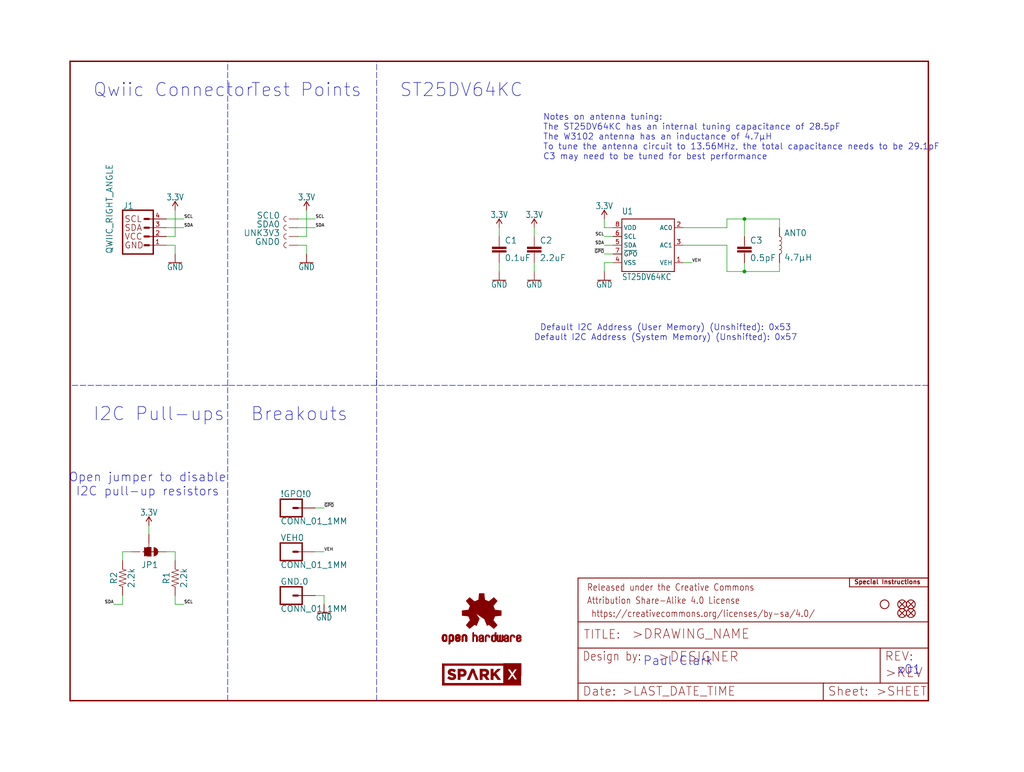
<source format=kicad_sch>
(kicad_sch (version 20211123) (generator eeschema)
  (paper "User" 297.002 223.926)
  (lib_symbols
    (symbol "eagleSchem-eagle-import:0.1UF-0402T-6.3V-10%-X7R"
      (property "Reference" "C" (at 1.524 2.921 0))
      (property "Value" "0.1UF-0402T-6.3V-10%-X7R" (at 1.524 -2.159 0))
      (symbol "0.1UF-0402T-6.3V-10%-X7R_1_0"
        (pin passive line (at 0 5.08 270) (length 2.54) (name "1") (number "1"))
        (pin passive line (at 0 -2.54 90) (length 2.54) (name "2") (number "2"))
      )
    )
    (symbol "eagleSchem-eagle-import:0.5PF-0402_TIGHT-50V-PM0.05PF-NP0"
      (property "Reference" "C" (at 1.524 2.921 0))
      (property "Value" "0.5PF-0402_TIGHT-50V-PM0.05PF-NP0" (at 1.524 -2.159 0))
      (symbol "0.5PF-0402_TIGHT-50V-PM0.05PF-NP0_1_0"
        (pin passive line (at 0 5.08 270) (length 2.54) (name "1") (number "1"))
        (pin passive line (at 0 -2.54 90) (length 2.54) (name "2") (number "2"))
      )
    )
    (symbol "eagleSchem-eagle-import:2.2KOHM-0402T-1{slash}16W-1%"
      (property "Reference" "R" (at 0 1.524 0))
      (property "Value" "2.2KOHM-0402T-1{slash}16W-1%" (at 0 -1.524 0))
      (symbol "2.2KOHM-0402T-1{slash}16W-1%_1_0"
        (pin passive line (at -5.08 0 0) (length 2.54) (name "1") (number "1"))
        (pin passive line (at 5.08 0 180) (length 2.54) (name "2") (number "2"))
      )
    )
    (symbol "eagleSchem-eagle-import:2.2UF-0402_TIGHT-10V-10%-X5R"
      (property "Reference" "C" (at 1.524 2.921 0))
      (property "Value" "2.2UF-0402_TIGHT-10V-10%-X5R" (at 1.524 -2.159 0))
      (symbol "2.2UF-0402_TIGHT-10V-10%-X5R_1_0"
        (pin passive line (at 0 5.08 270) (length 2.54) (name "1") (number "1"))
        (pin passive line (at 0 -2.54 90) (length 2.54) (name "2") (number "2"))
      )
    )
    (symbol "eagleSchem-eagle-import:3.3V" (power)
      (property "Value" "3.3V" (at 0 2.794 0))
      (symbol "3.3V_1_0"
        (pin power_in line (at 0 0 90) (length 2.54) (name "3.3V") (number "1"))
      )
    )
    (symbol "eagleSchem-eagle-import:CONN_01_1MM"
      (property "Reference" "J" (at -2.54 3.048 0))
      (property "Value" "CONN_01_1MM" (at -2.54 -4.826 0))
      (symbol "CONN_01_1MM_1_0"
        (pin passive line (at 7.62 0 180) (length 5.08) (name "1") (number "1"))
      )
    )
    (symbol "eagleSchem-eagle-import:FIDUCIALUFIDUCIAL")
    (symbol "eagleSchem-eagle-import:FRAME-LETTER"
      (symbol "FRAME-LETTER_2_0"
        (text " https://creativecommons.org/licenses/by-sa/4.0/" (at 2.54 24.13 0) (effects (font (size 1.9304 1.6408)) (justify left bottom)))
        (text ">DESIGNER" (at 23.114 11.176 0) (effects (font (size 2.7432 2.7432)) (justify left bottom)))
        (text ">DRAWING_NAME" (at 15.494 17.78 0) (effects (font (size 2.7432 2.7432)) (justify left bottom)))
        (text ">LAST_DATE_TIME" (at 12.7 1.27 0) (effects (font (size 2.54 2.54)) (justify left bottom)))
        (text ">REV" (at 88.9 6.604 0) (effects (font (size 2.7432 2.7432)) (justify left bottom)))
        (text ">SHEET" (at 86.36 1.27 0) (effects (font (size 2.54 2.54)) (justify left bottom)))
        (text "Attribution Share-Alike 4.0 License" (at 2.54 27.94 0) (effects (font (size 1.9304 1.6408)) (justify left bottom)))
        (text "Date:" (at 1.27 1.27 0) (effects (font (size 2.54 2.54)) (justify left bottom)))
        (text "Design by:" (at 1.27 11.43 0) (effects (font (size 2.54 2.159)) (justify left bottom)))
        (text "Released under the Creative Commons" (at 2.54 31.75 0) (effects (font (size 1.9304 1.6408)) (justify left bottom)))
        (text "REV:" (at 88.9 11.43 0) (effects (font (size 2.54 2.54)) (justify left bottom)))
        (text "Sheet:" (at 72.39 1.27 0) (effects (font (size 2.54 2.54)) (justify left bottom)))
        (text "TITLE:" (at 1.524 17.78 0) (effects (font (size 2.54 2.54)) (justify left bottom)))
      )
    )
    (symbol "eagleSchem-eagle-import:GND" (power)
      (property "Value" "GND" (at 0 -0.254 0))
      (symbol "GND_1_0"
        (pin power_in line (at 0 2.54 270) (length 2.54) (name "GND") (number "1"))
      )
    )
    (symbol "eagleSchem-eagle-import:JUMPER-SMT_3_2-NC_TRACE_SILK"
      (property "Reference" "JP" (at 6.096 1.524 0))
      (property "Value" "JUMPER-SMT_3_2-NC_TRACE_SILK" (at 6.858 -1.524 0))
      (symbol "JUMPER-SMT_3_2-NC_TRACE_SILK_1_0"
        (pin passive line (at 0 5.08 270) (length 2.54) (name "1") (number "1"))
        (pin passive line (at -5.08 0 0) (length 2.54) (name "2") (number "2"))
        (pin passive line (at 0 -5.08 90) (length 2.54) (name "3") (number "3"))
      )
    )
    (symbol "eagleSchem-eagle-import:OSHW-LOGOMINI")
    (symbol "eagleSchem-eagle-import:QWIIC_CONNECTORJS-1MM"
      (property "Reference" "J" (at -5.08 7.874 0))
      (property "Value" "QWIIC_CONNECTORJS-1MM" (at -5.08 -5.334 0))
      (symbol "QWIIC_CONNECTORJS-1MM_1_0"
        (text "GND" (at -4.572 -2.54 0) (effects (font (size 1.778 1.778)) (justify left)))
        (text "SCL" (at -4.572 5.08 0) (effects (font (size 1.778 1.778)) (justify left)))
        (text "SDA" (at -4.572 2.54 0) (effects (font (size 1.778 1.778)) (justify left)))
        (text "VCC" (at -4.572 0 0) (effects (font (size 1.778 1.778)) (justify left)))
        (pin power_in line (at 7.62 -2.54 180) (length 5.08) (name "1") (number "1"))
        (pin power_in line (at 7.62 0 180) (length 5.08) (name "2") (number "2"))
        (pin passive line (at 7.62 2.54 180) (length 5.08) (name "3") (number "3"))
        (pin passive line (at 7.62 5.08 180) (length 5.08) (name "4") (number "4"))
      )
    )
    (symbol "eagleSchem-eagle-import:RFID_ANTENNA_W3102"
      (property "Value" "RFID_ANTENNA_W3102" (at 1.27 -2.54 0))
      (symbol "RFID_ANTENNA_W3102_1_0"
        (pin passive line (at 0 5.08 270) (length 2.54) (name "1") (number "1"))
        (pin passive line (at 0 -5.08 90) (length 2.54) (name "2") (number "2"))
      )
    )
    (symbol "eagleSchem-eagle-import:SPARKX-LOGO2")
    (symbol "eagleSchem-eagle-import:SPECIAL_INSTRUCTIONS-ORDERING"
      (symbol "SPECIAL_INSTRUCTIONS-ORDERING_1_0"
        (text "Special Instructions" (at 1.27 0.6985 0) (effects (font (size 1.27 1.27) (thickness 0.254) bold) (justify left bottom)))
      )
    )
    (symbol "eagleSchem-eagle-import:ST25DV64KC"
      (property "Reference" "U" (at 0 16.51 0))
      (property "Value" "ST25DV64KC" (at 0 -2.54 0))
      (symbol "ST25DV64KC_1_0"
        (pin power_in line (at 17.78 2.54 180) (length 2.54) (name "VEH") (number "1"))
        (pin bidirectional line (at 17.78 12.7 180) (length 2.54) (name "AC0") (number "2"))
        (pin bidirectional line (at 17.78 7.62 180) (length 2.54) (name "AC1") (number "3"))
        (pin power_in line (at -2.54 2.54 0) (length 2.54) (name "VSS") (number "4"))
        (pin bidirectional line (at -2.54 7.62 0) (length 2.54) (name "SDA") (number "5"))
        (pin bidirectional line (at -2.54 10.16 0) (length 2.54) (name "SCL") (number "6"))
        (pin output line (at -2.54 5.08 0) (length 2.54) (name "~{GPO}") (number "7"))
        (pin power_in line (at -2.54 12.7 0) (length 2.54) (name "VDD") (number "8"))
      )
    )
    (symbol "eagleSchem-eagle-import:STAND-OFFTIGHT")
    (symbol "eagleSchem-eagle-import:TEST-POINT3"
      (property "Reference" "TP" (at -2.54 2.54 0))
      (property "Value" "TEST-POINT3" (at -2.54 -2.54 0))
      (symbol "TEST-POINT3_1_0"
        (pin bidirectional line (at 0 0 180) (length 0) (name "1") (number "1"))
      )
    )
  )
  (junction (at 215.9 78.74))
  (junction (at 215.9 63.5))
  (wire (pts (xy 177.8 66.04) (xy 175.26 66.04)))
  (wire (pts (xy 177.8 73.66) (xy 175.26 73.66)))
  (wire (pts (xy 50.8 175.26) (xy 53.34 175.26)))
  (wire (pts (xy 215.9 63.5) (xy 226.06 63.5)))
  (wire (pts (xy 210.82 71.12) (xy 210.82 78.74)))
  (wire (pts (xy 177.8 71.12) (xy 175.26 71.12)))
  (wire (pts (xy 43.18 152.4) (xy 43.18 154.94)))
  (wire (pts (xy 48.26 68.58) (xy 50.8 68.58)))
  (wire (pts (xy 86.36 68.58) (xy 88.9 68.58)))
  (wire (pts (xy 198.12 71.12) (xy 210.82 71.12)))
  (wire (pts (xy 144.78 68.58) (xy 144.78 66.04)))
  (wire (pts (xy 210.82 66.04) (xy 210.82 63.5)))
  (wire (pts (xy 175.26 66.04) (xy 175.26 63.5)))
  (wire (pts (xy 177.8 68.58) (xy 175.26 68.58)))
  (polyline (pts (xy 269.24 111.76) (xy 109.22 111.76)))
  (wire (pts (xy 154.94 66.04) (xy 154.94 68.58)))
  (wire (pts (xy 50.8 68.58) (xy 50.8 60.96)))
  (polyline (pts (xy 109.22 111.76) (xy 66.04 111.76)))
  (wire (pts (xy 48.26 160.02) (xy 50.8 160.02)))
  (wire (pts (xy 91.44 160.02) (xy 93.98 160.02)))
  (polyline (pts (xy 109.22 111.76) (xy 109.22 17.78)))
  (wire (pts (xy 35.56 175.26) (xy 33.02 175.26)))
  (wire (pts (xy 48.26 71.12) (xy 50.8 71.12)))
  (wire (pts (xy 177.8 76.2) (xy 175.26 76.2)))
  (wire (pts (xy 48.26 66.04) (xy 53.34 66.04)))
  (wire (pts (xy 226.06 78.74) (xy 226.06 76.2)))
  (wire (pts (xy 38.1 160.02) (xy 35.56 160.02)))
  (wire (pts (xy 91.44 147.32) (xy 93.98 147.32)))
  (wire (pts (xy 91.44 172.72) (xy 93.98 172.72)))
  (wire (pts (xy 198.12 76.2) (xy 200.66 76.2)))
  (wire (pts (xy 88.9 71.12) (xy 88.9 73.66)))
  (wire (pts (xy 154.94 78.74) (xy 154.94 76.2)))
  (wire (pts (xy 175.26 76.2) (xy 175.26 78.74)))
  (wire (pts (xy 86.36 71.12) (xy 88.9 71.12)))
  (wire (pts (xy 144.78 78.74) (xy 144.78 76.2)))
  (wire (pts (xy 48.26 63.5) (xy 53.34 63.5)))
  (wire (pts (xy 86.36 63.5) (xy 91.44 63.5)))
  (wire (pts (xy 50.8 71.12) (xy 50.8 73.66)))
  (polyline (pts (xy 66.04 111.76) (xy 20.32 111.76)))
  (wire (pts (xy 50.8 160.02) (xy 50.8 162.56)))
  (wire (pts (xy 210.82 63.5) (xy 215.9 63.5)))
  (wire (pts (xy 86.36 66.04) (xy 91.44 66.04)))
  (polyline (pts (xy 66.04 203.2) (xy 66.04 111.76)))
  (wire (pts (xy 50.8 172.72) (xy 50.8 175.26)))
  (wire (pts (xy 93.98 172.72) (xy 93.98 175.26)))
  (wire (pts (xy 215.9 78.74) (xy 226.06 78.74)))
  (wire (pts (xy 215.9 68.58) (xy 215.9 63.5)))
  (wire (pts (xy 35.56 160.02) (xy 35.56 162.56)))
  (wire (pts (xy 210.82 78.74) (xy 215.9 78.74)))
  (wire (pts (xy 35.56 172.72) (xy 35.56 175.26)))
  (wire (pts (xy 226.06 63.5) (xy 226.06 66.04)))
  (wire (pts (xy 88.9 68.58) (xy 88.9 60.96)))
  (wire (pts (xy 215.9 76.2) (xy 215.9 78.74)))
  (polyline (pts (xy 66.04 111.76) (xy 66.04 17.78)))
  (wire (pts (xy 198.12 66.04) (xy 210.82 66.04)))
  (polyline (pts (xy 109.22 203.2) (xy 109.22 109.22)))
  (text "I2C Pull-ups" (at 26.924 122.428 180) (effects (font (size 3.81 3.81)) (justify left bottom)))
  (text "Notes on antenna tuning:\nThe ST25DV64KC has an internal tuning capacitance of 28.5pF\nThe W3102 antenna has an inductance of 4.7µH\nTo tune the antenna circuit to 13.56MHz, the total capacitance needs to be 29.1pF\nC3 may need to be tuned for best performance" (at 157.48 33.02 0) (effects (font (size 1.778 1.778)) (justify left top)))
  (text "ST25DV64KC" (at 115.824 28.448 180) (effects (font (size 3.81 3.81)) (justify left bottom)))
  (text "Test Points" (at 72.644 28.448 180) (effects (font (size 3.81 3.81)) (justify left bottom)))
  (text "Open jumper to disable\nI2C pull-up resistors" (at 42.799 140.589 180) (effects (font (size 2.54 2.54))))
  (text "Breakouts" (at 72.644 122.428 180) (effects (font (size 3.81 3.81)) (justify left bottom)))
  (text "Default I2C Address (User Memory) (Unshifted): 0x53\nDefault I2C Address (System Memory) (Unshifted): 0x57" (at 193.04 96.52 0) (effects (font (size 1.778 1.778))))
  (text "Qwiic Connector" (at 26.924 28.448 180) (effects (font (size 3.81 3.81)) (justify left bottom)))
  (text "Paul Clark" (at 186.436 193.294 180) (effects (font (size 2.54 2.54)) (justify left bottom)))
  (text "x01" (at 260.096 195.834 180) (effects (font (size 2.54 2.54)) (justify left bottom)))
  (label "~{GPO}" (at 175.26 73.66 180) (effects (font (size 0.889 0.889))))
  (label "SCL" (at 175.26 68.58 180) (effects (font (size 0.889 0.889))))
  (label "SDA" (at 175.26 71.12 180) (effects (font (size 0.889 0.889))))
  (label "SDA" (at 33.02 175.26 180) (effects (font (size 0.889 0.889))))
  (label "SCL" (at 53.34 175.26 0) (effects (font (size 0.889 0.889))))
  (label "SCL" (at 53.34 63.5 0) (effects (font (size 0.889 0.889))))
  (label "SDA" (at 53.34 66.04 0) (effects (font (size 0.889 0.889))))
  (label "~{GPO}" (at 93.98 147.32 0) (effects (font (size 0.889 0.889))))
  (label "VEH" (at 93.98 160.02 0) (effects (font (size 0.889 0.889))))
  (label "VEH" (at 200.66 76.2 0) (effects (font (size 0.889 0.889))))
  (label "SCL" (at 91.44 63.5 0) (effects (font (size 0.889 0.889))))
  (label "SDA" (at 91.44 66.04 0) (effects (font (size 0.889 0.889))))
  (symbol (lib_id "eagleSchem-eagle-import:FIDUCIALUFIDUCIAL") (at 264.16 177.8 0) (unit 1)
    (property "Reference" "FD1" (effects hide))
    (property "Value" "FIDUCIALUFIDUCIAL" (effects hide))
    (property "Footprint" "eagleSchem:FIDUCIAL-MICRO" (effects hide))
  )
  (symbol (lib_id "eagleSchem-eagle-import:CONN_01_1MM") (at 83.82 160.02 0) (unit 1)
    (property "Reference" "VEH0" (at 81.28 156.972 0) (effects (font (size 1.778 1.778)) (justify left bottom)))
    (property "Value" "CONN_01_1MM" (at 81.28 164.846 0) (effects (font (size 1.778 1.778)) (justify left bottom)))
    (property "Footprint" "eagleSchem:1X01_1MM_NO_SILK" (effects hide))
  )
  (symbol (lib_id "eagleSchem-eagle-import:3.3V") (at 154.94 66.04 0) (unit 1)
    (property "Reference" "#SUPPLY6" (effects hide))
    (property "Value" "3.3V" (at 154.94 63.246 0) (effects (font (size 1.778 1.5113)) (justify bottom)))
    (property "Footprint" "eagleSchem:" (effects hide))
  )
  (symbol (lib_id "eagleSchem-eagle-import:CONN_01_1MM") (at 83.82 147.32 0) (unit 1)
    (property "Reference" "!GPO!0" (at 81.28 144.272 0) (effects (font (size 1.778 1.778)) (justify left bottom)))
    (property "Value" "CONN_01_1MM" (at 81.28 152.146 0) (effects (font (size 1.778 1.778)) (justify left bottom)))
    (property "Footprint" "eagleSchem:1X01_1MM_NO_SILK" (effects hide))
  )
  (symbol (lib_id "eagleSchem-eagle-import:TEST-POINT3") (at 86.36 63.5 0) (mirror y) (unit 1)
    (property "Reference" "SCL0" (at 81.28 63.5 0) (effects (font (size 1.778 1.778)) (justify left bottom)))
    (property "Value" "TEST-POINT3" (effects hide))
    (property "Footprint" "eagleSchem:PAD.03X.03" (effects hide))
  )
  (symbol (lib_id "eagleSchem-eagle-import:TEST-POINT3") (at 86.36 66.04 0) (mirror y) (unit 1)
    (property "Reference" "SDA0" (at 81.28 66.04 0) (effects (font (size 1.778 1.778)) (justify left bottom)))
    (property "Value" "TEST-POINT3" (effects hide))
    (property "Footprint" "eagleSchem:PAD.03X.03" (effects hide))
  )
  (symbol (lib_id "eagleSchem-eagle-import:JUMPER-SMT_3_2-NC_TRACE_SILK") (at 43.18 160.02 270) (unit 1)
    (property "Reference" "JP1" (at 43.434 163.83 90) (effects (font (size 1.778 1.778))))
    (property "Value" "JUMPER-SMT_3_2-NC_TRACE_SILK" (effects hide))
    (property "Footprint" "eagleSchem:SMT-JUMPER_3_2-NC_TRACE_SILK" (effects hide))
  )
  (symbol (lib_id "eagleSchem-eagle-import:3.3V") (at 50.8 60.96 0) (unit 1)
    (property "Reference" "#SUPPLY4" (effects hide))
    (property "Value" "3.3V" (at 50.8 58.166 0) (effects (font (size 1.778 1.5113)) (justify bottom)))
    (property "Footprint" "eagleSchem:" (effects hide))
  )
  (symbol (lib_id "eagleSchem-eagle-import:2.2KOHM-0402T-1{slash}16W-1%") (at 35.56 167.64 90) (unit 1)
    (property "Reference" "R2" (at 34.036 167.64 0) (effects (font (size 1.778 1.778)) (justify bottom)))
    (property "Value" "2.2k" (at 37.084 167.64 0) (effects (font (size 1.778 1.778)) (justify top)))
    (property "Footprint" "eagleSchem:0402-TIGHT" (effects hide))
  )
  (symbol (lib_id "eagleSchem-eagle-import:FRAME-LETTER") (at 20.32 203.2 0) (unit 1)
    (property "Reference" "FRAME2" (effects hide))
    (property "Value" "FRAME-LETTER" (effects hide))
    (property "Footprint" "eagleSchem:CREATIVE_COMMONS" (effects hide))
  )
  (symbol (lib_id "eagleSchem-eagle-import:CONN_01_1MM") (at 83.82 172.72 0) (unit 1)
    (property "Reference" "GND.0" (at 81.28 169.672 0) (effects (font (size 1.778 1.778)) (justify left bottom)))
    (property "Value" "CONN_01_1MM" (at 81.28 177.546 0) (effects (font (size 1.778 1.778)) (justify left bottom)))
    (property "Footprint" "eagleSchem:1X01_1MM_NO_SILK" (effects hide))
  )
  (symbol (lib_id "eagleSchem-eagle-import:TEST-POINT3") (at 86.36 71.12 0) (mirror y) (unit 1)
    (property "Reference" "GND0" (at 81.28 71.12 0) (effects (font (size 1.778 1.778)) (justify left bottom)))
    (property "Value" "TEST-POINT3" (effects hide))
    (property "Footprint" "eagleSchem:PAD.03X.03" (effects hide))
  )
  (symbol (lib_id "eagleSchem-eagle-import:FIDUCIALUFIDUCIAL") (at 261.62 177.8 0) (unit 1)
    (property "Reference" "FD2" (effects hide))
    (property "Value" "FIDUCIALUFIDUCIAL" (effects hide))
    (property "Footprint" "eagleSchem:FIDUCIAL-MICRO" (effects hide))
  )
  (symbol (lib_id "eagleSchem-eagle-import:GND") (at 175.26 81.28 0) (unit 1)
    (property "Reference" "#GND1" (effects hide))
    (property "Value" "GND" (at 175.26 81.534 0) (effects (font (size 1.778 1.5113)) (justify top)))
    (property "Footprint" "eagleSchem:" (effects hide))
  )
  (symbol (lib_id "eagleSchem-eagle-import:TEST-POINT3") (at 86.36 68.58 0) (mirror y) (unit 1)
    (property "Reference" "UNK3V3" (at 81.28 68.58 0) (effects (font (size 1.778 1.778)) (justify left bottom)))
    (property "Value" "TEST-POINT3" (effects hide))
    (property "Footprint" "eagleSchem:PAD.03X.03" (effects hide))
  )
  (symbol (lib_id "eagleSchem-eagle-import:0.5PF-0402_TIGHT-50V-PM0.05PF-NP0") (at 215.9 73.66 0) (unit 1)
    (property "Reference" "C3" (at 217.424 70.739 0) (effects (font (size 1.778 1.778)) (justify left bottom)))
    (property "Value" "0.5pF" (at 217.424 75.819 0) (effects (font (size 1.778 1.778)) (justify left bottom)))
    (property "Footprint" "eagleSchem:0402-TIGHT" (effects hide))
  )
  (symbol (lib_id "eagleSchem-eagle-import:SPECIAL_INSTRUCTIONS-ORDERING") (at 246.38 170.18 0) (unit 1)
    (property "Reference" "LOGO1" (effects hide))
    (property "Value" "SPECIAL_INSTRUCTIONS-ORDERING" (effects hide))
    (property "Footprint" "eagleSchem:ORDERING_INSTRUCTIONS" (effects hide))
  )
  (symbol (lib_id "eagleSchem-eagle-import:ST25DV64KC") (at 180.34 78.74 0) (unit 1)
    (property "Reference" "U1" (at 180.34 62.23 0) (effects (font (size 1.778 1.5113)) (justify left bottom)))
    (property "Value" "ST25DV64KC" (at 180.34 81.28 0) (effects (font (size 1.778 1.5113)) (justify left bottom)))
    (property "Footprint" "eagleSchem:SO08" (effects hide))
  )
  (symbol (lib_id "eagleSchem-eagle-import:GND") (at 50.8 76.2 0) (unit 1)
    (property "Reference" "#GND3" (effects hide))
    (property "Value" "GND" (at 50.8 76.454 0) (effects (font (size 1.778 1.5113)) (justify top)))
    (property "Footprint" "eagleSchem:" (effects hide))
  )
  (symbol (lib_id "eagleSchem-eagle-import:FRAME-LETTER") (at 167.64 203.2 0) (unit 2)
    (property "Reference" "FRAME2" (effects hide))
    (property "Value" "FRAME-LETTER" (effects hide))
    (property "Footprint" "eagleSchem:CREATIVE_COMMONS" (effects hide))
  )
  (symbol (lib_id "eagleSchem-eagle-import:FIDUCIALUFIDUCIAL") (at 261.62 175.26 0) (unit 1)
    (property "Reference" "FD3" (effects hide))
    (property "Value" "FIDUCIALUFIDUCIAL" (effects hide))
    (property "Footprint" "eagleSchem:FIDUCIAL-MICRO" (effects hide))
  )
  (symbol (lib_id "eagleSchem-eagle-import:GND") (at 93.98 177.8 0) (unit 1)
    (property "Reference" "#GND5" (effects hide))
    (property "Value" "GND" (at 93.98 178.054 0) (effects (font (size 1.778 1.5113)) (justify top)))
    (property "Footprint" "eagleSchem:" (effects hide))
  )
  (symbol (lib_id "eagleSchem-eagle-import:3.3V") (at 88.9 60.96 0) (unit 1)
    (property "Reference" "#SUPPLY5" (effects hide))
    (property "Value" "3.3V" (at 88.9 58.166 0) (effects (font (size 1.778 1.5113)) (justify bottom)))
    (property "Footprint" "eagleSchem:" (effects hide))
  )
  (symbol (lib_id "eagleSchem-eagle-import:GND") (at 154.94 81.28 0) (unit 1)
    (property "Reference" "#GND58" (effects hide))
    (property "Value" "GND" (at 154.94 81.534 0) (effects (font (size 1.778 1.5113)) (justify top)))
    (property "Footprint" "eagleSchem:" (effects hide))
  )
  (symbol (lib_id "eagleSchem-eagle-import:GND") (at 88.9 76.2 0) (unit 1)
    (property "Reference" "#GND4" (effects hide))
    (property "Value" "GND" (at 88.9 76.454 0) (effects (font (size 1.778 1.5113)) (justify top)))
    (property "Footprint" "eagleSchem:" (effects hide))
  )
  (symbol (lib_id "eagleSchem-eagle-import:SPARKX-LOGO2") (at 139.7 195.58 0) (unit 1)
    (property "Reference" "U$1" (effects hide))
    (property "Value" "SPARKX-LOGO2" (effects hide))
    (property "Footprint" "eagleSchem:SPARKX-TINY" (effects hide))
  )
  (symbol (lib_id "eagleSchem-eagle-import:OSHW-LOGOMINI") (at 139.7 177.8 0) (unit 1)
    (property "Reference" "LOGO2" (effects hide))
    (property "Value" "OSHW-LOGOMINI" (effects hide))
    (property "Footprint" "eagleSchem:OSHW-LOGO-MINI" (effects hide))
  )
  (symbol (lib_id "eagleSchem-eagle-import:GND") (at 144.78 81.28 0) (unit 1)
    (property "Reference" "#GND2" (effects hide))
    (property "Value" "GND" (at 144.78 81.534 0) (effects (font (size 1.778 1.5113)) (justify top)))
    (property "Footprint" "eagleSchem:" (effects hide))
  )
  (symbol (lib_id "eagleSchem-eagle-import:QWIIC_CONNECTORJS-1MM") (at 40.64 68.58 0) (unit 1)
    (property "Reference" "J1" (at 35.56 60.706 0) (effects (font (size 1.778 1.778)) (justify left bottom)))
    (property "Value" "QWIIC_RIGHT_ANGLE" (at 30.734 73.66 90) (effects (font (size 1.778 1.778)) (justify left top)))
    (property "Footprint" "eagleSchem:JST04_1MM_RA" (effects hide))
  )
  (symbol (lib_id "eagleSchem-eagle-import:2.2UF-0402_TIGHT-10V-10%-X5R") (at 154.94 73.66 0) (unit 1)
    (property "Reference" "C2" (at 156.464 70.739 0) (effects (font (size 1.778 1.778)) (justify left bottom)))
    (property "Value" "2.2uF" (at 156.464 75.819 0) (effects (font (size 1.778 1.778)) (justify left bottom)))
    (property "Footprint" "eagleSchem:0402-TIGHT" (effects hide))
  )
  (symbol (lib_id "eagleSchem-eagle-import:3.3V") (at 144.78 66.04 0) (unit 1)
    (property "Reference" "#SUPPLY2" (effects hide))
    (property "Value" "3.3V" (at 144.78 63.246 0) (effects (font (size 1.778 1.5113)) (justify bottom)))
    (property "Footprint" "eagleSchem:" (effects hide))
  )
  (symbol (lib_id "eagleSchem-eagle-import:STAND-OFFTIGHT") (at 256.54 175.26 0) (unit 1)
    (property "Reference" "H1" (effects hide))
    (property "Value" "STAND-OFFTIGHT" (effects hide))
    (property "Footprint" "eagleSchem:STAND-OFF-TIGHT" (effects hide))
  )
  (symbol (lib_id "eagleSchem-eagle-import:3.3V") (at 43.18 152.4 0) (unit 1)
    (property "Reference" "#SUPPLY3" (effects hide))
    (property "Value" "3.3V" (at 43.18 149.606 0) (effects (font (size 1.778 1.5113)) (justify bottom)))
    (property "Footprint" "eagleSchem:" (effects hide))
  )
  (symbol (lib_id "eagleSchem-eagle-import:2.2KOHM-0402T-1{slash}16W-1%") (at 50.8 167.64 90) (unit 1)
    (property "Reference" "R1" (at 49.276 167.64 0) (effects (font (size 1.778 1.778)) (justify bottom)))
    (property "Value" "2.2k" (at 52.324 167.64 0) (effects (font (size 1.778 1.778)) (justify top)))
    (property "Footprint" "eagleSchem:0402-TIGHT" (effects hide))
  )
  (symbol (lib_id "eagleSchem-eagle-import:FIDUCIALUFIDUCIAL") (at 264.16 175.26 0) (unit 1)
    (property "Reference" "FD4" (effects hide))
    (property "Value" "FIDUCIALUFIDUCIAL" (effects hide))
    (property "Footprint" "eagleSchem:FIDUCIAL-MICRO" (effects hide))
  )
  (symbol (lib_id "eagleSchem-eagle-import:RFID_ANTENNA_W3102") (at 226.06 71.12 0) (unit 1)
    (property "Reference" "ANT0" (at 227.33 68.58 0) (effects (font (size 1.778 1.778)) (justify left bottom)))
    (property "Value" "4.7μH" (at 227.33 73.66 0) (effects (font (size 1.778 1.778)) (justify left top)))
    (property "Footprint" "eagleSchem:W3102" (effects hide))
  )
  (symbol (lib_id "eagleSchem-eagle-import:0.1UF-0402T-6.3V-10%-X7R") (at 144.78 73.66 0) (unit 1)
    (property "Reference" "C1" (at 146.304 70.739 0) (effects (font (size 1.778 1.778)) (justify left bottom)))
    (property "Value" "0.1uF" (at 146.304 75.819 0) (effects (font (size 1.778 1.778)) (justify left bottom)))
    (property "Footprint" "eagleSchem:0402-TIGHT" (effects hide))
  )
  (symbol (lib_id "eagleSchem-eagle-import:3.3V") (at 175.26 63.5 0) (unit 1)
    (property "Reference" "#SUPPLY1" (effects hide))
    (property "Value" "3.3V" (at 175.26 60.706 0) (effects (font (size 1.778 1.5113)) (justify bottom)))
    (property "Footprint" "eagleSchem:" (effects hide))
  )
)
</source>
